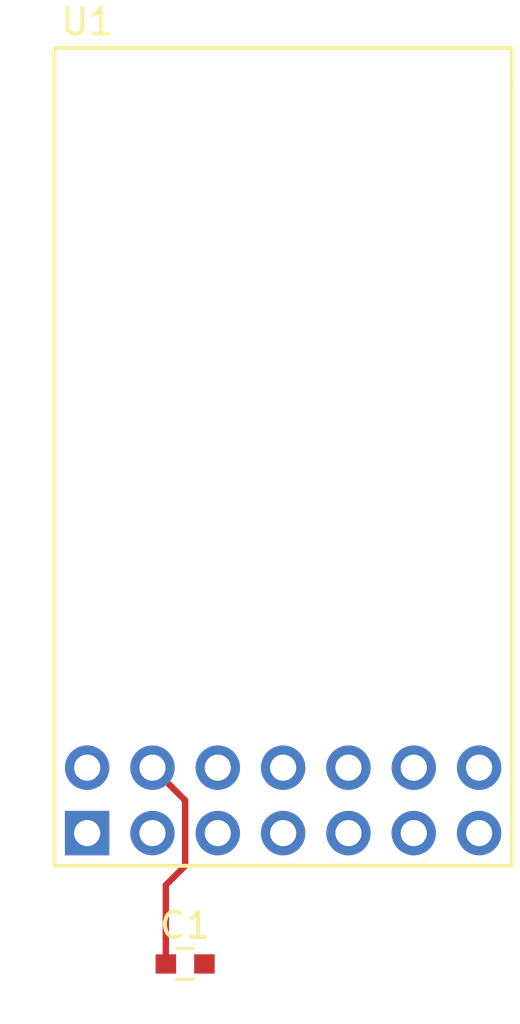
<source format=kicad_pcb>
(kicad_pcb (version 4) (host pcbnew 4.0.7-e2-6376~58~ubuntu16.04.1)

  (general
    (links 1)
    (no_connects 0)
    (area 0 0 0 0)
    (thickness 1.6)
    (drawings 0)
    (tracks 4)
    (zones 0)
    (modules 2)
    (nets 16)
  )

  (page A4)
  (layers
    (0 F.Cu signal)
    (31 B.Cu signal)
    (32 B.Adhes user)
    (33 F.Adhes user)
    (34 B.Paste user)
    (35 F.Paste user)
    (36 B.SilkS user)
    (37 F.SilkS user)
    (38 B.Mask user)
    (39 F.Mask user)
    (40 Dwgs.User user)
    (41 Cmts.User user)
    (42 Eco1.User user)
    (43 Eco2.User user)
    (44 Edge.Cuts user)
    (45 Margin user)
    (46 B.CrtYd user)
    (47 F.CrtYd user)
    (48 B.Fab user)
    (49 F.Fab user)
  )

  (setup
    (last_trace_width 0.25)
    (trace_clearance 0.2)
    (zone_clearance 0.508)
    (zone_45_only no)
    (trace_min 0.2)
    (segment_width 0.2)
    (edge_width 0.15)
    (via_size 0.6)
    (via_drill 0.4)
    (via_min_size 0.4)
    (via_min_drill 0.3)
    (uvia_size 0.3)
    (uvia_drill 0.1)
    (uvias_allowed no)
    (uvia_min_size 0.2)
    (uvia_min_drill 0.1)
    (pcb_text_width 0.3)
    (pcb_text_size 1.5 1.5)
    (mod_edge_width 0.15)
    (mod_text_size 1 1)
    (mod_text_width 0.15)
    (pad_size 1.524 1.524)
    (pad_drill 0.762)
    (pad_to_mask_clearance 0.2)
    (aux_axis_origin 0 0)
    (visible_elements FFFFFF7F)
    (pcbplotparams
      (layerselection 0x00030_80000001)
      (usegerberextensions false)
      (excludeedgelayer true)
      (linewidth 0.100000)
      (plotframeref false)
      (viasonmask false)
      (mode 1)
      (useauxorigin false)
      (hpglpennumber 1)
      (hpglpenspeed 20)
      (hpglpendiameter 15)
      (hpglpenoverlay 2)
      (psnegative false)
      (psa4output false)
      (plotreference true)
      (plotvalue true)
      (plotinvisibletext false)
      (padsonsilk false)
      (subtractmaskfromsilk false)
      (outputformat 1)
      (mirror false)
      (drillshape 1)
      (scaleselection 1)
      (outputdirectory ""))
  )

  (net 0 "")
  (net 1 "Net-(C1-Pad2)")
  (net 2 "Net-(C1-Pad1)")
  (net 3 "Net-(U1-Pad3)")
  (net 4 "Net-(U1-Pad7)")
  (net 5 "Net-(U1-Pad11)")
  (net 6 "Net-(U1-Pad14)")
  (net 7 "Net-(U1-Pad13)")
  (net 8 "Net-(U1-Pad9)")
  (net 9 "Net-(U1-Pad5)")
  (net 10 "Net-(U1-Pad12)")
  (net 11 "Net-(U1-Pad10)")
  (net 12 "Net-(U1-Pad8)")
  (net 13 "Net-(U1-Pad6)")
  (net 14 "Net-(U1-Pad2)")
  (net 15 "Net-(U1-Pad1)")

  (net_class Default "This is the default net class."
    (clearance 0.2)
    (trace_width 0.25)
    (via_dia 0.6)
    (via_drill 0.4)
    (uvia_dia 0.3)
    (uvia_drill 0.1)
    (add_net "Net-(C1-Pad1)")
    (add_net "Net-(C1-Pad2)")
    (add_net "Net-(U1-Pad1)")
    (add_net "Net-(U1-Pad10)")
    (add_net "Net-(U1-Pad11)")
    (add_net "Net-(U1-Pad12)")
    (add_net "Net-(U1-Pad13)")
    (add_net "Net-(U1-Pad14)")
    (add_net "Net-(U1-Pad2)")
    (add_net "Net-(U1-Pad3)")
    (add_net "Net-(U1-Pad5)")
    (add_net "Net-(U1-Pad6)")
    (add_net "Net-(U1-Pad7)")
    (add_net "Net-(U1-Pad8)")
    (add_net "Net-(U1-Pad9)")
  )

  (module Capacitors_SMD:C_0603 (layer F.Cu) (tedit 59958EE7) (tstamp 5B4A16C2)
    (at 154.94 111.76)
    (descr "Capacitor SMD 0603, reflow soldering, AVX (see smccp.pdf)")
    (tags "capacitor 0603")
    (path /5B4A0C8C)
    (attr smd)
    (fp_text reference C1 (at 0 -1.5) (layer F.SilkS)
      (effects (font (size 1 1) (thickness 0.15)))
    )
    (fp_text value C (at 0 1.5) (layer F.Fab)
      (effects (font (size 1 1) (thickness 0.15)))
    )
    (fp_line (start 1.4 0.65) (end -1.4 0.65) (layer F.CrtYd) (width 0.05))
    (fp_line (start 1.4 0.65) (end 1.4 -0.65) (layer F.CrtYd) (width 0.05))
    (fp_line (start -1.4 -0.65) (end -1.4 0.65) (layer F.CrtYd) (width 0.05))
    (fp_line (start -1.4 -0.65) (end 1.4 -0.65) (layer F.CrtYd) (width 0.05))
    (fp_line (start 0.35 0.6) (end -0.35 0.6) (layer F.SilkS) (width 0.12))
    (fp_line (start -0.35 -0.6) (end 0.35 -0.6) (layer F.SilkS) (width 0.12))
    (fp_line (start -0.8 -0.4) (end 0.8 -0.4) (layer F.Fab) (width 0.1))
    (fp_line (start 0.8 -0.4) (end 0.8 0.4) (layer F.Fab) (width 0.1))
    (fp_line (start 0.8 0.4) (end -0.8 0.4) (layer F.Fab) (width 0.1))
    (fp_line (start -0.8 0.4) (end -0.8 -0.4) (layer F.Fab) (width 0.1))
    (fp_text user %R (at 0 0) (layer F.Fab)
      (effects (font (size 0.3 0.3) (thickness 0.075)))
    )
    (pad 2 smd rect (at 0.75 0) (size 0.8 0.75) (layers F.Cu F.Paste F.Mask)
      (net 1 "Net-(C1-Pad2)"))
    (pad 1 smd rect (at -0.75 0) (size 0.8 0.75) (layers F.Cu F.Paste F.Mask)
      (net 2 "Net-(C1-Pad1)"))
    (model Capacitors_SMD.3dshapes/C_0603.wrl
      (at (xyz 0 0 0))
      (scale (xyz 1 1 1))
      (rotate (xyz 0 0 0))
    )
  )

  (module modex:NRF905_module (layer F.Cu) (tedit 5B4A126B) (tstamp 5B4A172C)
    (at 149.86 107.95)
    (descr https://store.arduino.cc/arduino-mini-05)
    (path /5B4A0AB9)
    (fp_text reference U1 (at 1.27 -32.766) (layer F.SilkS)
      (effects (font (size 1 1) (thickness 0.15)))
    )
    (fp_text value NRF905_module (at -1.27 -6.35 90) (layer F.Fab)
      (effects (font (size 1 1) (thickness 0.15)))
    )
    (fp_line (start 18.034 -30.734) (end 18.034 -32.004) (layer F.CrtYd) (width 0.15))
    (fp_line (start 18.034 -32.004) (end -0.254 -32.004) (layer F.CrtYd) (width 0.15))
    (fp_line (start -0.254 -32.004) (end -0.254 -30.734) (layer F.CrtYd) (width 0.15))
    (fp_line (start 17.78 -30.48) (end 17.78 -31.75) (layer F.SilkS) (width 0.15))
    (fp_line (start 0 -30.48) (end 0 -31.75) (layer F.SilkS) (width 0.15))
    (fp_line (start -0.254 0.254) (end -0.254 -30.734) (layer F.CrtYd) (width 0.15))
    (fp_line (start 18.034 -30.734) (end 18.034 0.254) (layer F.CrtYd) (width 0.15))
    (fp_line (start 18.034 0.254) (end -0.254 0.254) (layer F.CrtYd) (width 0.15))
    (fp_line (start 0 0) (end 0 -30.48) (layer F.SilkS) (width 0.15))
    (fp_line (start 0 -31.75) (end 17.78 -31.75) (layer F.SilkS) (width 0.15))
    (fp_line (start 17.78 -30.48) (end 17.78 0) (layer F.SilkS) (width 0.15))
    (fp_line (start 17.78 0) (end 0 0) (layer F.SilkS) (width 0.15))
    (pad 3 thru_hole circle (at 3.81 -1.27) (size 1.7272 1.7272) (drill 1.016) (layers *.Cu *.Mask)
      (net 3 "Net-(U1-Pad3)"))
    (pad 7 thru_hole circle (at 8.89 -1.27) (size 1.7272 1.7272) (drill 1.016) (layers *.Cu *.Mask)
      (net 4 "Net-(U1-Pad7)"))
    (pad 11 thru_hole circle (at 13.97 -1.27) (size 1.7272 1.7272) (drill 1.016) (layers *.Cu *.Mask)
      (net 5 "Net-(U1-Pad11)"))
    (pad 14 thru_hole circle (at 16.51 -3.81) (size 1.7272 1.7272) (drill 1.016) (layers *.Cu *.Mask)
      (net 6 "Net-(U1-Pad14)"))
    (pad 13 thru_hole circle (at 16.51 -1.27) (size 1.7272 1.7272) (drill 1.016) (layers *.Cu *.Mask)
      (net 7 "Net-(U1-Pad13)"))
    (pad 9 thru_hole circle (at 11.43 -1.27) (size 1.7272 1.7272) (drill 1.016) (layers *.Cu *.Mask)
      (net 8 "Net-(U1-Pad9)"))
    (pad 5 thru_hole circle (at 6.35 -1.27) (size 1.7272 1.7272) (drill 1.016) (layers *.Cu *.Mask)
      (net 9 "Net-(U1-Pad5)"))
    (pad 12 thru_hole circle (at 13.97 -3.81) (size 1.7272 1.7272) (drill 1.016) (layers *.Cu *.Mask)
      (net 10 "Net-(U1-Pad12)"))
    (pad 10 thru_hole circle (at 11.43 -3.81) (size 1.7272 1.7272) (drill 1.016) (layers *.Cu *.Mask)
      (net 11 "Net-(U1-Pad10)"))
    (pad 8 thru_hole circle (at 8.89 -3.81) (size 1.7272 1.7272) (drill 1.016) (layers *.Cu *.Mask)
      (net 12 "Net-(U1-Pad8)"))
    (pad 6 thru_hole circle (at 6.35 -3.81) (size 1.7272 1.7272) (drill 1.016) (layers *.Cu *.Mask)
      (net 13 "Net-(U1-Pad6)"))
    (pad 4 thru_hole circle (at 3.81 -3.81) (size 1.7272 1.7272) (drill 1.016) (layers *.Cu *.Mask)
      (net 2 "Net-(C1-Pad1)"))
    (pad 2 thru_hole circle (at 1.27 -3.81) (size 1.7272 1.7272) (drill 1.016) (layers *.Cu *.Mask)
      (net 14 "Net-(U1-Pad2)"))
    (pad 1 thru_hole rect (at 1.27 -1.27) (size 1.7272 1.7272) (drill 1.016) (layers *.Cu *.Mask)
      (net 15 "Net-(U1-Pad1)"))
  )

  (segment (start 154.19 111.76) (end 154.19 108.7) (width 0.25) (layer F.Cu) (net 2) (status 400000))
  (segment (start 154.94 105.41) (end 153.67 104.14) (width 0.25) (layer F.Cu) (net 2) (tstamp 5B4A174D) (status 800000))
  (segment (start 154.94 107.95) (end 154.94 105.41) (width 0.25) (layer F.Cu) (net 2) (tstamp 5B4A174C))
  (segment (start 154.19 108.7) (end 154.94 107.95) (width 0.25) (layer F.Cu) (net 2) (tstamp 5B4A174B))

)

</source>
